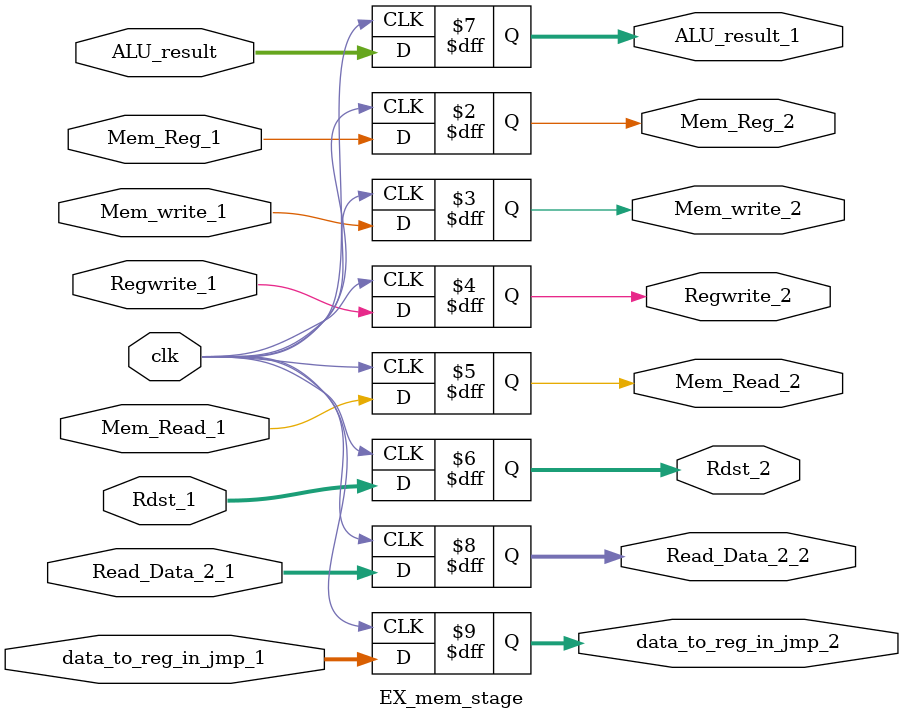
<source format=v>
`timescale 1ns / 1ps


module EX_mem_stage(
input clk,Regwrite_1,Mem_Read_1,
input [4:0] Rdst_1,
input[31:0] ALU_result,Read_Data_2_1,data_to_reg_in_jmp_1,
input Mem_write_1,Mem_Reg_1,
output reg Mem_Reg_2,Mem_write_2,
output reg Regwrite_2,Mem_Read_2,
output reg [4:0] Rdst_2,
output reg [31:0] ALU_result_1,Read_Data_2_2,data_to_reg_in_jmp_2

    );
    
    always@(posedge clk)
    begin
    ALU_result_1<=ALU_result;
    Rdst_2<=Rdst_1;
    Regwrite_2<=Regwrite_1;
    Mem_write_2<=Mem_write_1;
    Read_Data_2_2<=Read_Data_2_1;
    Mem_Reg_2<=Mem_Reg_1;
    data_to_reg_in_jmp_2<=data_to_reg_in_jmp_1;
    Mem_Read_2<=Mem_Read_1;
    end

endmodule

</source>
